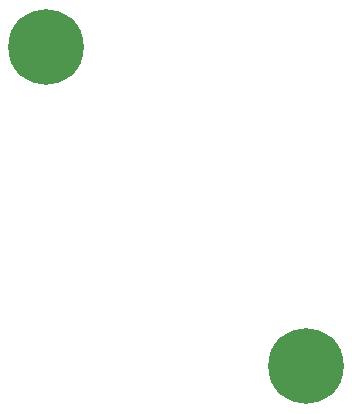
<source format=gbr>
%TF.GenerationSoftware,KiCad,Pcbnew,9.0.0*%
%TF.CreationDate,2025-02-28T01:07:07-08:00*%
%TF.ProjectId,CAN Adapter Board - R1,43414e20-4164-4617-9074-657220426f61,rev?*%
%TF.SameCoordinates,Original*%
%TF.FileFunction,Soldermask,Bot*%
%TF.FilePolarity,Negative*%
%FSLAX46Y46*%
G04 Gerber Fmt 4.6, Leading zero omitted, Abs format (unit mm)*
G04 Created by KiCad (PCBNEW 9.0.0) date 2025-02-28 01:07:07*
%MOMM*%
%LPD*%
G01*
G04 APERTURE LIST*
%ADD10C,0.800000*%
%ADD11C,6.400000*%
G04 APERTURE END LIST*
D10*
%TO.C,H1*%
X1600000Y31000000D03*
X2302944Y32697056D03*
X2302944Y29302944D03*
X4000000Y33400000D03*
D11*
X4000000Y31000000D03*
D10*
X4000000Y28600000D03*
X5697056Y32697056D03*
X5697056Y29302944D03*
X6400000Y31000000D03*
%TD*%
%TO.C,H2*%
X23600000Y4000000D03*
X24302944Y5697056D03*
X24302944Y2302944D03*
X26000000Y6400000D03*
D11*
X26000000Y4000000D03*
D10*
X26000000Y1600000D03*
X27697056Y5697056D03*
X27697056Y2302944D03*
X28400000Y4000000D03*
%TD*%
M02*

</source>
